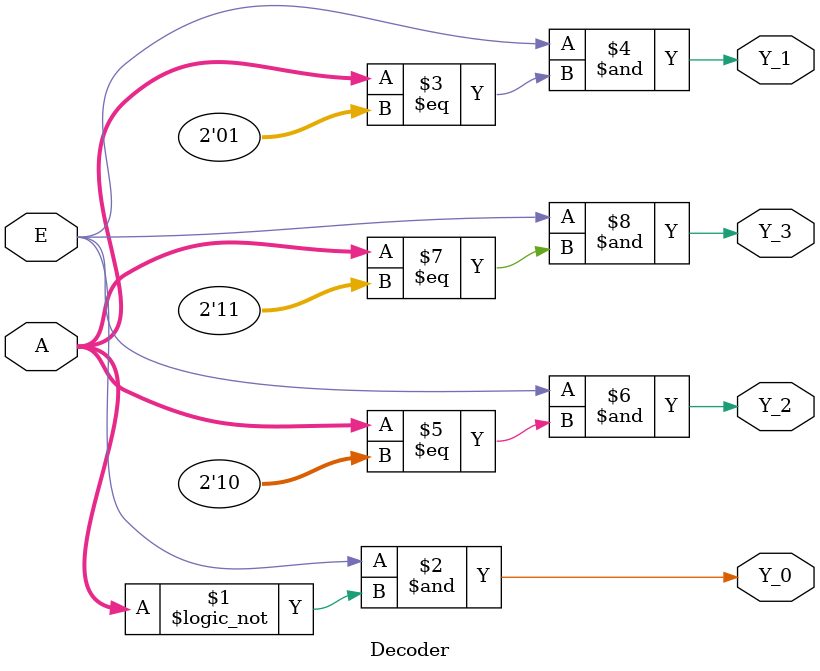
<source format=v>
module Decoder (A, Y_0, Y_1, Y_2, Y_3, E);
    input [1:0] A;
    input E;

    output Y_0, Y_1, Y_2, Y_3;

    assign Y_0 = E & (A == 2'b00); // or u can write (~A[0] & ~A[1]) as each bit can be accessed from a list
    assign Y_1 = E & (A == 2'b01);
    assign Y_2 = E & (A == 2'b10);
    assign Y_3 = E & (A == 2'b11);

endmodule
</source>
